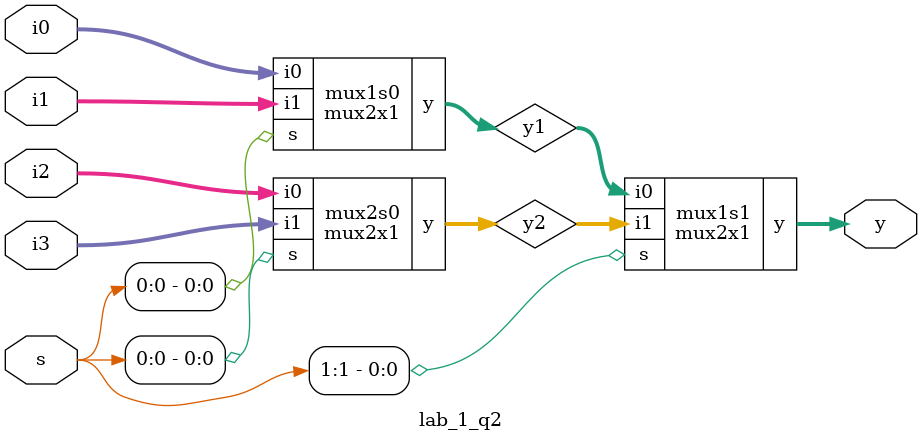
<source format=v>
`timescale 1ns / 1ps
module mux2x1(
    input [1:0]i0, i1,
    input s,
    output [1:0]y
    );
    //making all wire variables for 2x1 mux
    wire sn;
    wire [1:0]y1, y2;
    
    //making stuctural style 2x1 mux for 2 bit inputs
    not not1(sn, s);
    and and1(y1[0], i0[0], sn);
    and and2(y1[1], i0[1], sn);
    and and3(y2[0], i1[0], s);
    and and4(y2[1], i1[1], s);
    or or1(y[0], y1[0], y2[0]);
    or or2(y[1],y1[1], y2[1]);
endmodule


module lab_1_q2(
    input [1:0]i0, i1, i2, i3,
    input [1:0]s,
    output [1:0]y
    );
    //defining all wires to hold 2 bit inputs
    wire [1:0] y1, y2;
    
    //instantiating all 2x1 muxes to correctly select the input for y
    mux2x1 mux1s0(i0, i1, s[0], y1);
    mux2x1 mux2s0(i2, i3, s[0], y2);
    mux2x1 mux1s1(y1, y2, s[1], y);
endmodule

</source>
